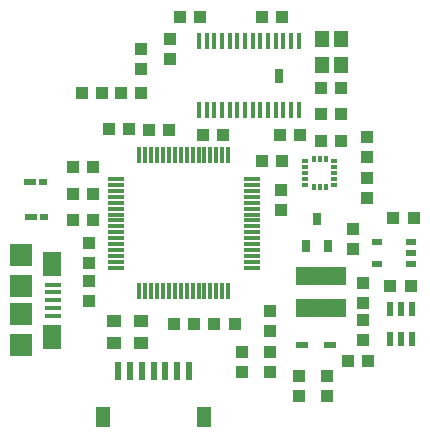
<source format=gbr>
G04 EAGLE Gerber RS-274X export*
G75*
%MOMM*%
%FSLAX34Y34*%
%LPD*%
%INSolderpaste Top*%
%IPPOS*%
%AMOC8*
5,1,8,0,0,1.08239X$1,22.5*%
G01*
%ADD10R,1.100000X1.000000*%
%ADD11R,1.000000X1.100000*%
%ADD12R,0.700000X1.050000*%
%ADD13R,0.600000X1.250000*%
%ADD14R,0.500000X0.300000*%
%ADD15R,0.300000X0.500000*%
%ADD16R,0.450000X1.475000*%
%ADD17R,0.635000X1.270000*%
%ADD18R,0.300000X1.450000*%
%ADD19R,1.450000X0.300000*%
%ADD20R,4.300000X1.600000*%
%ADD21R,0.700000X0.500000*%
%ADD22R,1.050000X0.500000*%
%ADD23R,0.900000X0.600000*%
%ADD24R,0.600000X1.550000*%
%ADD25R,1.200000X1.800000*%
%ADD26R,1.200000X1.400000*%
%ADD27R,1.300000X1.100000*%
%ADD28R,1.350000X0.400000*%
%ADD29R,1.600000X2.100000*%
%ADD30R,1.900000X1.900000*%
%ADD31R,1.125000X0.500000*%


D10*
X342500Y189500D03*
X359500Y189500D03*
X248500Y237500D03*
X231500Y237500D03*
D11*
X320000Y258500D03*
X320000Y241500D03*
D10*
X298500Y255000D03*
X281500Y255000D03*
D11*
X153000Y324000D03*
X153000Y341000D03*
D10*
X263500Y260000D03*
X246500Y260000D03*
X281500Y277500D03*
X298500Y277500D03*
X231500Y360000D03*
X248500Y360000D03*
D11*
X128858Y316044D03*
X128858Y333044D03*
D10*
X198500Y260000D03*
X181500Y260000D03*
X191000Y100000D03*
X208000Y100000D03*
X340000Y132043D03*
X357000Y132043D03*
X118500Y265000D03*
X101500Y265000D03*
D11*
X85000Y136000D03*
X85000Y119000D03*
X247500Y213500D03*
X247500Y196500D03*
D10*
X88500Y232500D03*
X71500Y232500D03*
D11*
X85000Y151500D03*
X85000Y168500D03*
D10*
X173500Y100000D03*
X156500Y100000D03*
D11*
X214500Y59500D03*
X214500Y76500D03*
X317000Y117500D03*
X317000Y134500D03*
X238000Y59500D03*
X238000Y76500D03*
D10*
X304000Y68500D03*
X321000Y68500D03*
D11*
X317000Y103000D03*
X317000Y86000D03*
X320000Y223500D03*
X320000Y206500D03*
D12*
X268500Y166000D03*
X287500Y166000D03*
X278000Y189000D03*
D13*
X358500Y112500D03*
X349000Y112500D03*
X339500Y112500D03*
X339500Y87500D03*
X349000Y87500D03*
X358500Y87500D03*
D14*
X268000Y237500D03*
X268000Y232500D03*
X268000Y227500D03*
X268000Y222500D03*
X268000Y217500D03*
D15*
X275000Y215500D03*
X280000Y215500D03*
X285000Y215500D03*
D14*
X292000Y217500D03*
X292000Y222500D03*
X292000Y227500D03*
X292000Y232500D03*
X292000Y237500D03*
D15*
X285000Y239500D03*
X280000Y239500D03*
X275000Y239500D03*
D16*
X262250Y339380D03*
X255750Y339380D03*
X249250Y339380D03*
X242750Y339380D03*
X236250Y339380D03*
X229750Y339380D03*
X223250Y339380D03*
X216750Y339380D03*
X210250Y339380D03*
X203750Y339380D03*
X197250Y339380D03*
X190750Y339380D03*
X184250Y339380D03*
X177750Y339380D03*
X177750Y280620D03*
X184250Y280620D03*
X190750Y280620D03*
X197250Y280620D03*
X203750Y280620D03*
X210250Y280620D03*
X216750Y280620D03*
X223250Y280620D03*
X229750Y280620D03*
X236250Y280620D03*
X242750Y280620D03*
X249250Y280620D03*
X255750Y280620D03*
X262250Y280620D03*
D17*
X245400Y310000D03*
D18*
X127500Y127500D03*
X132500Y127500D03*
X137500Y127500D03*
X142500Y127500D03*
X147500Y127500D03*
X152500Y127500D03*
X157500Y127500D03*
X162500Y127500D03*
X167500Y127500D03*
X172500Y127500D03*
X177500Y127500D03*
X182500Y127500D03*
X187500Y127500D03*
X192500Y127500D03*
X197500Y127500D03*
X202500Y127500D03*
D19*
X222500Y147500D03*
X222500Y152500D03*
X222500Y157500D03*
X222500Y162500D03*
X222500Y167500D03*
X222500Y172500D03*
X222500Y177500D03*
X222500Y182500D03*
X222500Y187500D03*
X222500Y192500D03*
X222500Y197500D03*
X222500Y202500D03*
X222500Y207500D03*
X222500Y212500D03*
X222500Y217500D03*
X222500Y222500D03*
D18*
X202500Y242500D03*
X197500Y242500D03*
X192500Y242500D03*
X187500Y242500D03*
X182500Y242500D03*
X177500Y242500D03*
X172500Y242500D03*
X167500Y242500D03*
X162500Y242500D03*
X157500Y242500D03*
X152500Y242500D03*
X147500Y242500D03*
X142500Y242500D03*
X137500Y242500D03*
X132500Y242500D03*
X127500Y242500D03*
D19*
X107500Y222500D03*
X107500Y217500D03*
X107500Y212500D03*
X107500Y207500D03*
X107500Y202500D03*
X107500Y197500D03*
X107500Y192500D03*
X107500Y187500D03*
X107500Y182500D03*
X107500Y177500D03*
X107500Y172500D03*
X107500Y167500D03*
X107500Y162500D03*
X107500Y157500D03*
X107500Y152500D03*
X107500Y147500D03*
D20*
X281000Y113500D03*
X281000Y140500D03*
D21*
X45580Y220000D03*
D22*
X34420Y220000D03*
D21*
X46450Y190000D03*
D22*
X35300Y190000D03*
D23*
X357000Y150500D03*
X357000Y160000D03*
X357000Y169500D03*
X329000Y169500D03*
X329000Y150500D03*
D10*
X308500Y180500D03*
X308500Y163500D03*
D11*
X88500Y187500D03*
X71500Y187500D03*
X135283Y264392D03*
X152283Y264392D03*
D10*
X238000Y93500D03*
X238000Y110500D03*
X286000Y38500D03*
X286000Y55500D03*
X262500Y56000D03*
X262500Y39000D03*
D11*
X161500Y360000D03*
X178500Y360000D03*
X281500Y300000D03*
X298500Y300000D03*
X111500Y295000D03*
X128500Y295000D03*
X79000Y295000D03*
X96000Y295000D03*
X88500Y210000D03*
X71500Y210000D03*
D24*
X109400Y59900D03*
X119400Y59900D03*
X129400Y59900D03*
X139400Y59900D03*
X149400Y59900D03*
X159400Y59900D03*
X169400Y59900D03*
D25*
X96400Y21150D03*
X182400Y21150D03*
D26*
X298000Y319000D03*
X298000Y341000D03*
X282000Y341000D03*
X282000Y319000D03*
D27*
X128500Y102000D03*
X105500Y102000D03*
X105500Y84000D03*
X128500Y84000D03*
D28*
X54320Y133000D03*
X54320Y126500D03*
X54320Y120000D03*
X54320Y113500D03*
X54320Y107000D03*
D29*
X53070Y151000D03*
X53070Y89000D03*
D30*
X27570Y132000D03*
X27570Y108000D03*
X27570Y158000D03*
X27570Y82000D03*
D31*
X288620Y82000D03*
X265380Y82000D03*
M02*

</source>
